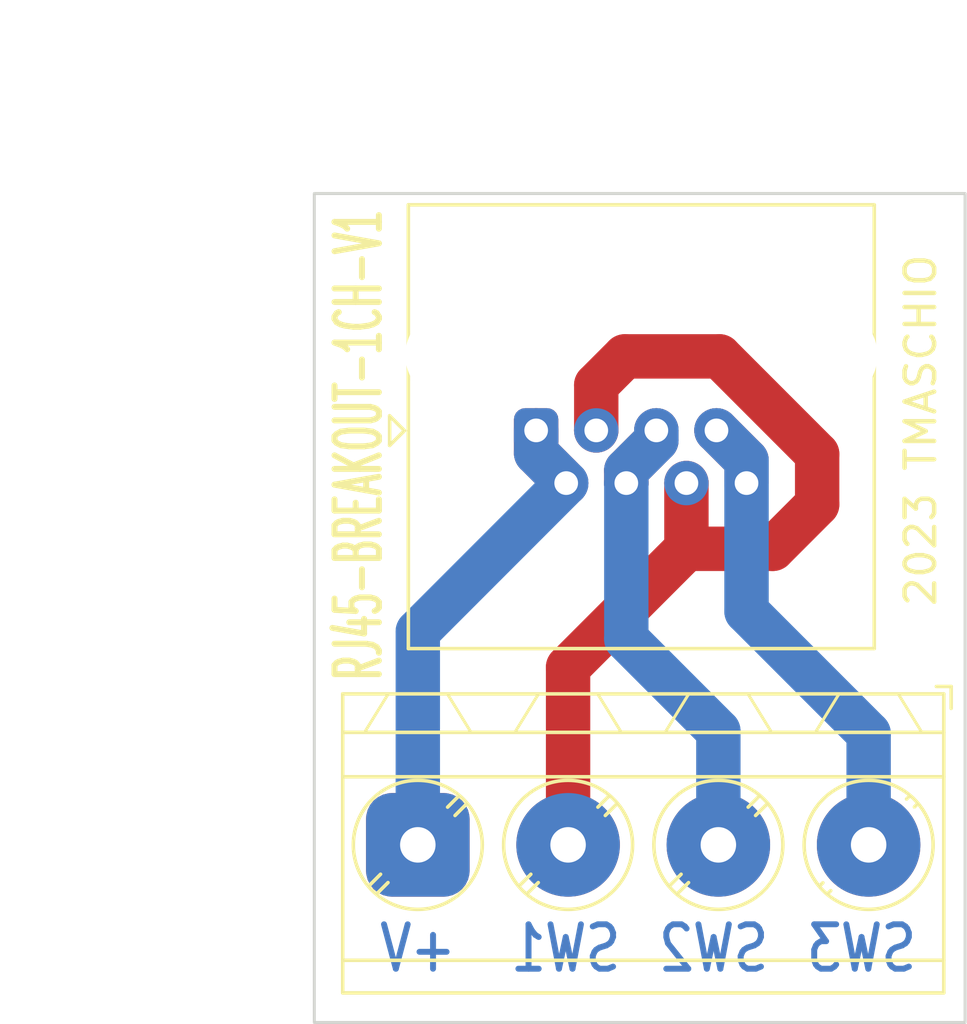
<source format=kicad_pcb>
(kicad_pcb (version 20240108) (generator "pcbnew") (generator_version "8.0")
  (title_block (title "1 channel RJ45 breakout board") (date "2022-04-01") (rev "V1"))
  (layers (0 "F.Cu" signal) (31 "B.Cu" signal) (34 "B.Paste" user) (35 "F.Paste" user) (36 "B.SilkS" user "B.Silkscreen") (37 "F.SilkS" user "F.Silkscreen") (38 "B.Mask" user) (39 "F.Mask" user) (44 "Edge.Cuts" user))
  (net 0 "")
  (net 1 "Net-(J2-Pin_1)")
  (net 2 "Net-(J2-Pin_2)")
  (net 3 "Net-(J2-Pin_3)")
  (net 4 "Net-(J2-Pin_4)")
  (footprint "Tales:TerminalBlock_Dibo_DB128L-5.08-4P_1x04_P5.08mm_Horizontal" (layer "F.Cu") (at 133.5 114)
    (property "Reference" "J2")
    (property "Value" "1x4P 5,08 SCREW")
    (fp_line (start -2.54 5) (end -2.54 -5.1) (stroke (width 0.12)) (layer "F.SilkS"))
    (fp_line (start -1.654 1.388) (end -1.259 0.992) (stroke (width 0.12)) (layer "F.SilkS"))
    (fp_line (start -1.388 1.654) (end -1.008 1.274) (stroke (width 0.12)) (layer "F.SilkS"))
    (fp_line (start -1 -5.1) (end -1.8 -3.8) (stroke (width 0.1)) (layer "F.SilkS"))
    (fp_line (start 1 -5.1) (end 1.8 -3.8) (stroke (width 0.1)) (layer "F.SilkS"))
    (fp_line (start 1.007 -1.274) (end 1.387 -1.654) (stroke (width 0.12)) (layer "F.SilkS"))
    (fp_line (start 1.258 -0.992) (end 1.653 -1.388) (stroke (width 0.12)) (layer "F.SilkS"))
    (fp_line (start 3.426 1.388) (end 3.821 0.992) (stroke (width 0.12)) (layer "F.SilkS"))
    (fp_line (start 3.692 1.654) (end 4.072 1.274) (stroke (width 0.12)) (layer "F.SilkS"))
    (fp_line (start 4.08 -5.1) (end 3.28 -3.8) (stroke (width 0.1)) (layer "F.SilkS"))
    (fp_line (start 6.08 -5.1) (end 6.88 -3.8) (stroke (width 0.1)) (layer "F.SilkS"))
    (fp_line (start 6.087 -1.274) (end 6.467 -1.654) (stroke (width 0.12)) (layer "F.SilkS"))
    (fp_line (start 6.338 -0.992) (end 6.733 -1.388) (stroke (width 0.12)) (layer "F.SilkS"))
    (fp_line (start 8.506 1.388) (end 8.901 0.992) (stroke (width 0.12)) (layer "F.SilkS"))
    (fp_line (start 8.772 1.654) (end 9.152 1.274) (stroke (width 0.12)) (layer "F.SilkS"))
    (fp_line (start 9.16 -5.1) (end 8.36 -3.8) (stroke (width 0.1)) (layer "F.SilkS"))
    (fp_line (start 11.16 -5.1) (end 11.96 -3.8) (stroke (width 0.1)) (layer "F.SilkS"))
    (fp_line (start 11.167 -1.274) (end 11.547 -1.654) (stroke (width 0.12)) (layer "F.SilkS"))
    (fp_line (start 11.418 -0.992) (end 11.813 -1.388) (stroke (width 0.12)) (layer "F.SilkS"))
    (fp_line (start 13.586 1.388) (end 13.693 1.281) (stroke (width 0.12)) (layer "F.SilkS"))
    (fp_line (start 13.852 1.654) (end 13.959 1.547) (stroke (width 0.12)) (layer "F.SilkS"))
    (fp_line (start 14.24 -5.1) (end 13.44 -3.8) (stroke (width 0.1)) (layer "F.SilkS"))
    (fp_line (start 16.24 -5.1) (end 17.04 -3.8) (stroke (width 0.1)) (layer "F.SilkS"))
    (fp_line (start 16.522 -1.547) (end 16.628 -1.654) (stroke (width 0.12)) (layer "F.SilkS"))
    (fp_line (start 16.788 -1.281) (end 16.894 -1.388) (stroke (width 0.12)) (layer "F.SilkS"))
    (fp_line (start 17.78 -5.1) (end -2.54 -5.1) (stroke (width 0.12)) (layer "F.SilkS"))
    (fp_line (start 17.78 -3.8) (end -2.54 -3.8) (stroke (width 0.12)) (layer "F.SilkS"))
    (fp_line (start 17.78 -2.3) (end -2.54 -2.3) (stroke (width 0.12)) (layer "F.SilkS"))
    (fp_line (start 17.78 3.9) (end -2.54 3.9) (stroke (width 0.12)) (layer "F.SilkS"))
    (fp_line (start 17.78 5) (end -2.54 5) (stroke (width 0.12)) (layer "F.SilkS"))
    (fp_line (start 17.78 5) (end 17.78 -5.1) (stroke (width 0.12)) (layer "F.SilkS"))
    (fp_line (start 18.03 -5.35) (end 17.53 -5.35) (stroke (width 0.12)) (layer "F.SilkS"))
    (fp_line (start 18.03 -4.61) (end 18.03 -5.35) (stroke (width 0.12)) (layer "F.SilkS"))
    (fp_circle (center 0 0) (end -2.18 0) (stroke (width 0.12)) (fill none) (layer "F.SilkS"))
    (fp_circle (center 5.08 0) (end 2.9 0) (stroke (width 0.12)) (fill none) (layer "F.SilkS"))
    (fp_circle (center 10.16 0) (end 7.98 0) (stroke (width 0.12)) (fill none) (layer "F.SilkS"))
    (fp_circle (center 15.24 0) (end 13.06 0) (stroke (width 0.12)) (fill none) (layer "F.SilkS"))
    (pad "1" thru_hole roundrect (at 0 0) (size 3.5 3.5) (drill 1.2) (layers "*.Cu" "*.Mask") (net 1 "Net-(J2-Pin_1)"))
    (pad "2" thru_hole circle (at 5.08 0) (size 3.5 3.5) (drill 1.2) (layers "*.Cu" "*.Mask") (net 2 "Net-(J2-Pin_2)"))
    (pad "3" thru_hole circle (at 10.16 0) (size 3.5 3.5) (drill 1.2) (layers "*.Cu" "*.Mask") (net 3 "Net-(J2-Pin_3)"))
    (pad "4" thru_hole circle (at 15.24 0) (size 3.5 3.5) (drill 1.2) (layers "*.Cu" "*.Mask") (net 4 "Net-(J2-Pin_4)"))
  )
  (footprint "Tales:RJ45_CKMTW_R-RJ45R08P-A004" (layer "F.Cu") (at 137.5 100 180)
    (property "Reference" "J1")
    (property "Value" "RJ45")
    (fp_line (start 4.953 0.492) (end 4.453 -0.008) (stroke (width 0.12)) (layer "F.SilkS"))
    (fp_line (start 4.953 -0.508) (end 4.953 0.492) (stroke (width 0.12)) (layer "F.SilkS"))
    (fp_line (start 4.453 -0.008) (end 4.953 -0.508) (stroke (width 0.12)) (layer "F.SilkS"))
    (fp_line (start 4.32 7.62) (end -11.43 7.62) (stroke (width 0.12)) (layer "F.SilkS"))
    (fp_line (start 4.32 -7.37) (end 4.32 7.62) (stroke (width 0.12)) (layer "F.SilkS"))
    (fp_line (start 4.32 -7.37) (end -11.43 -7.37) (stroke (width 0.12)) (layer "F.SilkS"))
    (fp_line (start -11.43 -7.37) (end -11.43 7.62) (stroke (width 0.12)) (layer "F.SilkS"))
    (pad "" np_thru_hole circle (at -9.91 2.54) (size 3.25 3.25) (drill 3.25) (layers "*.Cu" "*.Mask"))
    (pad "" np_thru_hole circle (at 2.79 2.54) (size 3.25 3.25) (drill 3.25) (layers "*.Cu" "*.Mask"))
    (pad "1" thru_hole roundrect (at 0 0) (size 1.5 1.5) (drill 0.8) (layers "*.Cu" "*.Mask") (net 1 "Net-(J2-Pin_1)"))
    (pad "2" thru_hole circle (at -1.016 -1.78) (size 1.5 1.5) (drill 0.8) (layers "*.Cu" "*.Mask") (net 1 "Net-(J2-Pin_1)"))
    (pad "3" thru_hole circle (at -2.032 0) (size 1.5 1.5) (drill 0.8) (layers "*.Cu" "*.Mask") (net 2 "Net-(J2-Pin_2)"))
    (pad "4" thru_hole circle (at -3.048 -1.78) (size 1.5 1.5) (drill 0.8) (layers "*.Cu" "*.Mask") (net 3 "Net-(J2-Pin_3)"))
    (pad "5" thru_hole circle (at -4.064 0) (size 1.5 1.5) (drill 0.8) (layers "*.Cu" "*.Mask") (net 3 "Net-(J2-Pin_3)"))
    (pad "6" thru_hole circle (at -5.08 -1.78) (size 1.5 1.5) (drill 0.8) (layers "*.Cu" "*.Mask") (net 2 "Net-(J2-Pin_2)"))
    (pad "7" thru_hole circle (at -6.096 0) (size 1.5 1.5) (drill 0.8) (layers "*.Cu" "*.Mask") (net 4 "Net-(J2-Pin_4)"))
    (pad "8" thru_hole circle (at -7.112 -1.78) (size 1.5 1.5) (drill 0.8) (layers "*.Cu" "*.Mask") (net 4 "Net-(J2-Pin_4)"))
  )
  (gr_rect (start 130 92) (end 152 120) (stroke (width 0.1)) (fill none) (layer "Edge.Cuts"))
  (gr_text "+V" (at 133.5 117.5 0) (layer "B.Cu") (effects (font (size 1.5 1.2) (thickness 0.2)) (justify mirror)))
  (gr_text "SW2" (at 143.5 117.5 0) (layer "B.Cu") (effects (font (size 1.5 1.2) (thickness 0.2)) (justify mirror)))
  (gr_text "SW3" (at 148.5 117.5 0) (layer "B.Cu") (effects (font (size 1.5 1.2) (thickness 0.2)) (justify mirror)))
  (gr_text "SW1" (at 138.5 117.5 0) (layer "B.Cu") (effects (font (size 1.5 1.2) (thickness 0.2)) (justify mirror)))
  (gr_text "RJ45-BREAKOUT-1CH-V1" (at 131.5 100.5 90) (layer "F.SilkS") (effects (font (size 1.5 0.8) (thickness 0.2) (bold yes))))
  (gr_text "2023 TMASCHIO" (at 150.5 100 90) (layer "F.SilkS") (effects (font (size 1 1))))
  (segment (start 137.5 100.764) (end 138.516 101.78) (width 1.5) (layer "F.Cu") (net 1))
  (segment (start 137.5 100) (end 137.5 100.764) (width 1.5) (layer "F.Cu") (net 1))
  (segment (start 133.5 106.796) (end 133.5 114) (width 1.5) (layer "B.Cu") (net 1))
  (segment (start 137.5 100.764) (end 137.5 100) (width 1.5) (layer "B.Cu") (net 1))
  (segment (start 138.516 101.78) (end 133.5 106.796) (width 1.5) (layer "B.Cu") (net 1))
  (segment (start 138.516 101.78) (end 137.5 100.764) (width 1.5) (layer "B.Cu") (net 1))
  (segment (start 139.532 100) (end 139.532 98.468) (width 1.5) (layer "F.Cu") (net 2))
  (segment (start 138.58 108) (end 138.58 114) (width 1.5) (layer "F.Cu") (net 2))
  (segment (start 139.532 98.468) (end 140.5 97.5) (width 1.5) (layer "F.Cu") (net 2))
  (segment (start 147 102.5) (end 145.5 104) (width 1.5) (layer "F.Cu") (net 2))
  (segment (start 143.7 97.5) (end 147 100.8) (width 1.5) (layer "F.Cu") (net 2))
  (segment (start 147 100.8) (end 147 102.5) (width 1.5) (layer "F.Cu") (net 2))
  (segment (start 140.5 97.5) (end 143.7 97.5) (width 1.5) (layer "F.Cu") (net 2))
  (segment (start 142.58 104) (end 142.58 101.78) (width 1.5) (layer "F.Cu") (net 2))
  (segment (start 142.58 104) (end 138.58 108) (width 1.5) (layer "F.Cu") (net 2))
  (segment (start 145.5 104) (end 142.58 104) (width 1.5) (layer "F.Cu") (net 2))
  (segment (start 140.548 101.78) (end 140.548 101.352) (width 1.5) (layer "F.Cu") (net 3))
  (segment (start 141.564 100.336) (end 141.564 100) (width 1.5) (layer "F.Cu") (net 3))
  (segment (start 140.548 101.352) (end 141.564 100.336) (width 1.5) (layer "F.Cu") (net 3))
  (segment (start 140.548 101.352) (end 141.564 100.336) (width 1.5) (layer "B.Cu") (net 3))
  (segment (start 140.548 101.78) (end 140.548 101.352) (width 1.5) (layer "B.Cu") (net 3))
  (segment (start 141.564 100.336) (end 141.564 100) (width 1.5) (layer "B.Cu") (net 3))
  (segment (start 143.66 114) (end 143.66 110.16) (width 1.5) (layer "B.Cu") (net 3))
  (segment (start 140.548 107.048) (end 140.548 101.78) (width 1.5) (layer "B.Cu") (net 3))
  (segment (start 143.66 110.16) (end 140.548 107.048) (width 1.5) (layer "B.Cu") (net 3))
  (segment (start 144.612 101.016) (end 144.612 101.78) (width 1.5) (layer "F.Cu") (net 4))
  (segment (start 143.596 100) (end 144.612 101.016) (width 1.5) (layer "F.Cu") (net 4))
  (segment (start 144.612 101.78) (end 144.612 106.112) (width 1.5) (layer "B.Cu") (net 4))
  (segment (start 144.612 101.016) (end 143.596 100) (width 1.5) (layer "B.Cu") (net 4))
  (segment (start 144.612 101.78) (end 144.612 101.016) (width 1.5) (layer "B.Cu") (net 4))
  (segment (start 144.612 106.112) (end 148.74 110.24) (width 1.5) (layer "B.Cu") (net 4))
  (segment (start 148.74 110.24) (end 148.74 114) (width 1.5) (layer "B.Cu") (net 4))
)
</source>
